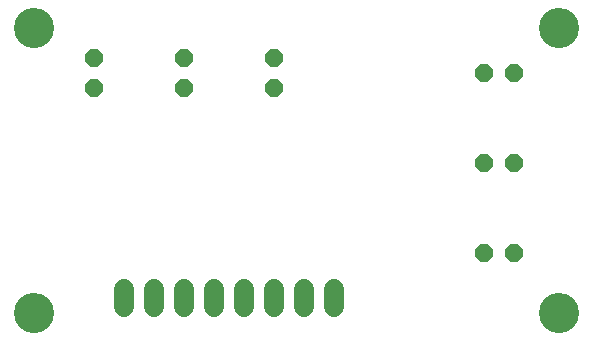
<source format=gbs>
G75*
%MOIN*%
%OFA0B0*%
%FSLAX25Y25*%
%IPPOS*%
%LPD*%
%AMOC8*
5,1,8,0,0,1.08239X$1,22.5*
%
%ADD10C,0.13398*%
%ADD11C,0.06800*%
%ADD12OC8,0.06000*%
D10*
X0012600Y0012600D03*
X0012600Y0107600D03*
X0187600Y0107600D03*
X0187600Y0012600D03*
D11*
X0112600Y0014600D02*
X0112600Y0020600D01*
X0102600Y0020600D02*
X0102600Y0014600D01*
X0092600Y0014600D02*
X0092600Y0020600D01*
X0082600Y0020600D02*
X0082600Y0014600D01*
X0072600Y0014600D02*
X0072600Y0020600D01*
X0062600Y0020600D02*
X0062600Y0014600D01*
X0052600Y0014600D02*
X0052600Y0020600D01*
X0042600Y0020600D02*
X0042600Y0014600D01*
D12*
X0032600Y0087600D03*
X0032600Y0097600D03*
X0062600Y0097600D03*
X0062600Y0087600D03*
X0092600Y0087600D03*
X0092600Y0097600D03*
X0162600Y0092600D03*
X0172600Y0092600D03*
X0172600Y0062600D03*
X0162600Y0062600D03*
X0162600Y0032600D03*
X0172600Y0032600D03*
M02*

</source>
